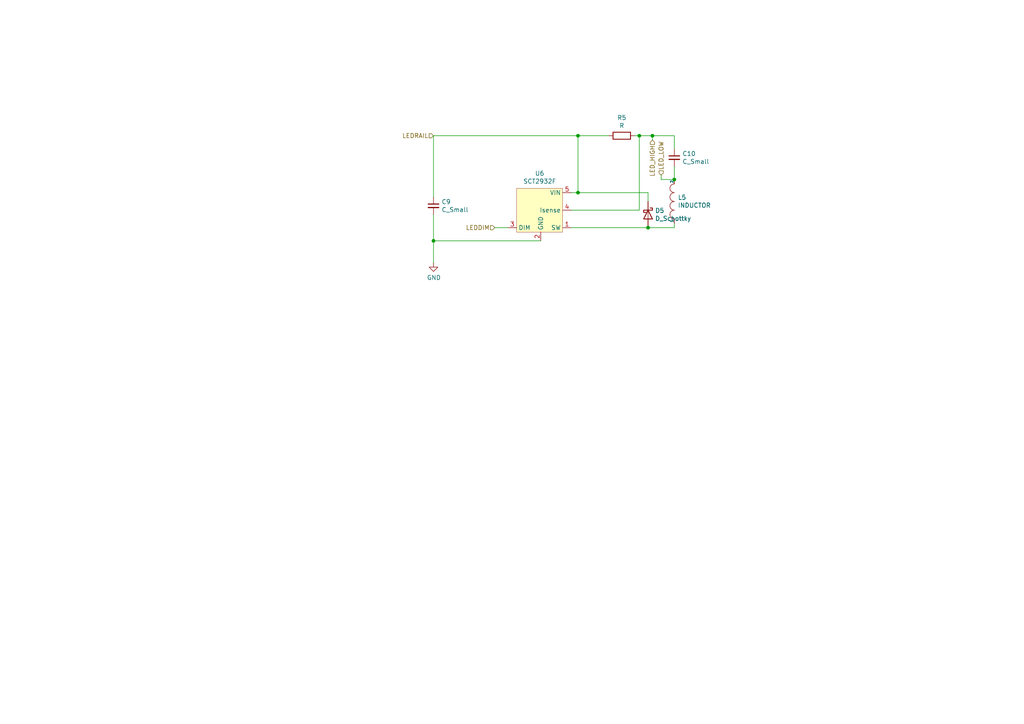
<source format=kicad_sch>
(kicad_sch (version 20201015) (generator eeschema)
  (paper "A4")
  (lib_symbols
    (symbol "Device:C_Small" (pin_numbers hide) (pin_names (offset 0.254) hide)
      (property "Reference" "C" (at 0.254 1.778 0))
      (property "Value" "C_Small" (at 0.254 -2.032 0))
      (symbol "C_Small_0_1"
        (polyline (pts (xy -1.524 -0.508) (xy 1.524 -0.508)) (stroke (width 0.3302)))
        (polyline (pts (xy -1.524 0.508) (xy 1.524 0.508)) (stroke (width 0.3048)))
      )
      (symbol "C_Small_1_1"
        (pin passive line (at 0 2.54 270) (length 2.032) (name "~") (number "1"))
        (pin passive line (at 0 -2.54 90) (length 2.032) (name "~") (number "2"))
      )
    )
    (symbol "Device:D_Schottky" (pin_numbers hide) (pin_names (offset 1.016) hide)
      (property "Reference" "D" (at 0 2.54 0))
      (property "Value" "D_Schottky" (at 0 -2.54 0))
      (symbol "D_Schottky_0_1"
        (polyline (pts (xy 1.27 0) (xy -1.27 0)))
        (polyline (pts (xy 1.27 1.27) (xy 1.27 -1.27) (xy -1.27 0) (xy 1.27 1.27)) (stroke (width 0.254)))
        (polyline (pts (xy -1.905 0.635) (xy -1.905 1.27) (xy -1.27 1.27) (xy -1.27 -1.27) (xy -0.635 -1.27) (xy -0.635 -0.635)) (stroke (width 0.254)))
      )
      (symbol "D_Schottky_1_1"
        (pin passive line (at -3.81 0 0) (length 2.54) (name "K") (number "1"))
        (pin passive line (at 3.81 0 180) (length 2.54) (name "A") (number "2"))
      )
    )
    (symbol "Device:R" (pin_numbers hide) (pin_names (offset 0))
      (property "Reference" "R" (at 2.032 0 90))
      (property "Value" "R" (at 0 0 90))
      (symbol "R_0_1"
        (rectangle (start -1.016 -2.54) (end 1.016 2.54) (stroke (width 0.254)))
      )
      (symbol "R_1_1"
        (pin passive line (at 0 3.81 270) (length 1.27) (name "~") (number "1"))
        (pin passive line (at 0 -3.81 90) (length 1.27) (name "~") (number "2"))
      )
    )
    (symbol "power:GND" (power) (pin_names (offset 0))
      (property "Value" "GND" (at 0 -3.81 0))
      (symbol "GND_0_1"
        (polyline (pts (xy 0 0) (xy 0 -1.27) (xy 1.27 -1.27) (xy 0 -2.54) (xy -1.27 -1.27) (xy 0 -1.27)))
      )
      (symbol "GND_1_1"
        (pin power_in line (at 0 0 270) (length 0) hide (name "GND") (number "1"))
      )
    )
    (symbol "pspice:INDUCTOR" (pin_numbers hide) (pin_names (offset 0))
      (property "Reference" "L" (at 0 2.54 0))
      (property "Value" "INDUCTOR" (at 0 -1.27 0))
      (symbol "INDUCTOR_0_1"
        (arc (start -2.54 0) (end -5.08 0) (radius (at -3.81 0) (length 1.27) (angles 0.1 179.9)))
        (arc (start 0 0) (end -2.54 0) (radius (at -1.27 0) (length 1.27) (angles 0.1 179.9)))
        (arc (start 2.54 0) (end 0 0) (radius (at 1.27 0) (length 1.27) (angles 0.1 179.9)))
        (arc (start 5.08 0) (end 2.54 0) (radius (at 3.81 0) (length 1.27) (angles 0.1 179.9)))
      )
      (symbol "INDUCTOR_1_1"
        (pin input line (at -6.35 0 0) (length 1.27) (name "1") (number "1"))
        (pin input line (at 6.35 0 180) (length 1.27) (name "2") (number "2"))
      )
    )
    (symbol "sol:SCT2932F"
      (property "Reference" "U" (at 2.54 -1.905 0))
      (property "Value" "SCT2932F" (at 6.985 -4.445 0))
      (symbol "SCT2932F_0_1"
        (rectangle (start 0 0) (end 13.335 -12.7) (stroke (width 0.001)) (fill (type background)))
      )
      (symbol "SCT2932F_1_1"
        (pin input line (at 6.985 -15.24 90) (length 2.54) (name "GND") (number "2"))
        (pin input line (at 15.875 -1.27 180) (length 2.54) (name "VIN") (number "5"))
        (pin input line (at 15.875 -6.35 180) (length 2.54) (name "Isense") (number "4"))
        (pin input line (at 15.875 -11.43 180) (length 2.54) (name "SW") (number "1"))
        (pin input line (at -2.54 -11.43 0) (length 2.54) (name "DIM") (number "3"))
      )
    )
  )
  (junction (at 125.73 69.85) (diameter 0.9144))
  (junction (at 167.64 39.37) (diameter 0.9144))
  (junction (at 167.64 55.88) (diameter 0.9144))
  (junction (at 185.42 39.37) (diameter 0.9144))
  (junction (at 187.96 66.04) (diameter 0.9144))
  (junction (at 189.23 39.37) (diameter 0.9144))
  (junction (at 195.58 52.07) (diameter 0.9144))
  (wire (pts (xy 125.73 39.37) (xy 125.73 57.15)))
  (wire (pts (xy 125.73 62.23) (xy 125.73 69.85)))
  (wire (pts (xy 125.73 69.85) (xy 125.73 76.2)))
  (wire (pts (xy 125.73 69.85) (xy 156.845 69.85)))
  (wire (pts (xy 143.51 66.04) (xy 147.32 66.04)))
  (wire (pts (xy 165.735 55.88) (xy 167.64 55.88)))
  (wire (pts (xy 165.735 60.96) (xy 185.42 60.96)))
  (wire (pts (xy 165.735 66.04) (xy 187.96 66.04)))
  (wire (pts (xy 167.64 39.37) (xy 125.73 39.37)))
  (wire (pts (xy 167.64 39.37) (xy 176.53 39.37)))
  (wire (pts (xy 167.64 55.88) (xy 167.64 39.37)))
  (wire (pts (xy 167.64 55.88) (xy 187.96 55.88)))
  (wire (pts (xy 184.15 39.37) (xy 185.42 39.37)))
  (wire (pts (xy 185.42 39.37) (xy 189.23 39.37)))
  (wire (pts (xy 185.42 60.96) (xy 185.42 39.37)))
  (wire (pts (xy 187.96 55.88) (xy 187.96 58.42)))
  (wire (pts (xy 187.96 66.04) (xy 195.58 66.04)))
  (wire (pts (xy 189.23 39.37) (xy 189.23 40.64)))
  (wire (pts (xy 189.23 39.37) (xy 195.58 39.37)))
  (wire (pts (xy 191.77 50.8) (xy 191.77 52.07)))
  (wire (pts (xy 191.77 52.07) (xy 195.58 52.07)))
  (wire (pts (xy 195.58 39.37) (xy 195.58 43.18)))
  (wire (pts (xy 195.58 52.07) (xy 195.58 48.26)))
  (wire (pts (xy 195.58 64.77) (xy 195.58 66.04)))
  (hierarchical_label "LEDRAIL" (shape input) (at 125.73 39.37 180))
  (hierarchical_label "LEDDIM" (shape input) (at 143.51 66.04 180))
  (hierarchical_label "LED_HIGH" (shape input) (at 189.23 40.64 270))
  (hierarchical_label "LED_LOW" (shape input) (at 191.77 50.8 90))
  (symbol (lib_id "power:GND") (at 125.73 76.2 0)
    (property "Reference" "#PWR0109" (effects hide))
    (property "Value" "GND" (at 125.8443 80.5244 0))
  )
  (symbol (lib_id "Device:R") (at 180.34 39.37 90)
    (property "Reference" "R5" (at 180.34 34.1438 90))
    (property "Value" "R" (at 180.34 36.4425 90))
    (property "Footprint" "Resistor_SMD:R_1206_3216Metric" (effects hide))
  )
  (symbol (lib_id "Device:C_Small") (at 125.73 59.69 0)
    (property "Reference" "C9" (at 128.0542 58.5406 0) (effects (justify left)))
    (property "Value" "C_Small" (at 128.0542 60.8393 0) (effects (justify left)))
    (property "Footprint" "Capacitor_SMD:C_1206_3216Metric_Pad1.33x1.80mm_HandSolder" (effects hide))
  )
  (symbol (lib_id "Device:C_Small") (at 195.58 45.72 0)
    (property "Reference" "C10" (at 197.9042 44.5706 0) (effects (justify left)))
    (property "Value" "C_Small" (at 197.9042 46.8693 0) (effects (justify left)))
    (property "Footprint" "Capacitor_SMD:C_1206_3216Metric_Pad1.33x1.80mm_HandSolder" (effects hide))
  )
  (symbol (lib_id "pspice:INDUCTOR") (at 195.58 58.42 90)
    (property "Reference" "L5" (at 196.5961 57.2706 90) (effects (justify right)))
    (property "Value" "INDUCTOR" (at 196.5961 59.5693 90) (effects (justify right)))
    (property "Footprint" "Inductor_SMD:L_12x12mm_H8mm" (effects hide))
  )
  (symbol (lib_id "Device:D_Schottky") (at 187.96 62.23 270)
    (property "Reference" "D5" (at 189.9921 61.0806 90) (effects (justify left)))
    (property "Value" "D_Schottky" (at 189.9921 63.3793 90) (effects (justify left)))
    (property "Footprint" "Diode_SMD:D_SMA" (effects hide))
  )
  (symbol (lib_id "sol:SCT2932F") (at 149.86 54.61 0)
    (property "Reference" "U6" (at 156.5275 50.2982 0))
    (property "Value" "SCT2932F" (at 156.5275 52.5969 0))
    (property "Footprint" "Package_TO_SOT_SMD:SOT-89-5" (effects hide))
  )
)
</source>
